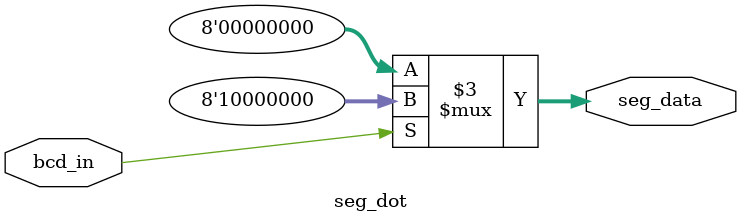
<source format=v>
module seg_dot(bcd_in, seg_data);

input bcd_in;
output [7:0] seg_data;

reg [7:0] seg_data;

always @ (bcd_in) begin
		case (bcd_in)
				1 : seg_data = 8'b1000_0000;
				default : seg_data = 8'b0000_0000;
	  endcase
end

endmodule

</source>
